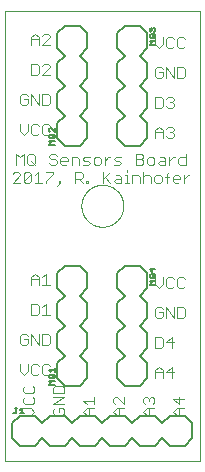
<source format=gto>
G75*
%MOIN*%
%OFA0B0*%
%FSLAX25Y25*%
%IPPOS*%
%LPD*%
%AMOC8*
5,1,8,0,0,1.08239X$1,22.5*
%
%ADD10C,0.00000*%
%ADD11C,0.00300*%
%ADD12C,0.00800*%
%ADD13C,0.00500*%
D10*
X0001300Y0001300D02*
X0001300Y0151261D01*
X0066300Y0151300D01*
X0066300Y0001300D01*
X0001300Y0001300D01*
X0026800Y0086300D02*
X0026802Y0086472D01*
X0026808Y0086643D01*
X0026819Y0086815D01*
X0026834Y0086986D01*
X0026853Y0087157D01*
X0026876Y0087327D01*
X0026903Y0087497D01*
X0026935Y0087666D01*
X0026970Y0087834D01*
X0027010Y0088001D01*
X0027054Y0088167D01*
X0027101Y0088332D01*
X0027153Y0088496D01*
X0027209Y0088658D01*
X0027269Y0088819D01*
X0027333Y0088979D01*
X0027401Y0089137D01*
X0027472Y0089293D01*
X0027547Y0089447D01*
X0027627Y0089600D01*
X0027709Y0089750D01*
X0027796Y0089899D01*
X0027886Y0090045D01*
X0027980Y0090189D01*
X0028077Y0090331D01*
X0028178Y0090470D01*
X0028282Y0090607D01*
X0028389Y0090741D01*
X0028500Y0090872D01*
X0028613Y0091001D01*
X0028730Y0091127D01*
X0028850Y0091250D01*
X0028973Y0091370D01*
X0029099Y0091487D01*
X0029228Y0091600D01*
X0029359Y0091711D01*
X0029493Y0091818D01*
X0029630Y0091922D01*
X0029769Y0092023D01*
X0029911Y0092120D01*
X0030055Y0092214D01*
X0030201Y0092304D01*
X0030350Y0092391D01*
X0030500Y0092473D01*
X0030653Y0092553D01*
X0030807Y0092628D01*
X0030963Y0092699D01*
X0031121Y0092767D01*
X0031281Y0092831D01*
X0031442Y0092891D01*
X0031604Y0092947D01*
X0031768Y0092999D01*
X0031933Y0093046D01*
X0032099Y0093090D01*
X0032266Y0093130D01*
X0032434Y0093165D01*
X0032603Y0093197D01*
X0032773Y0093224D01*
X0032943Y0093247D01*
X0033114Y0093266D01*
X0033285Y0093281D01*
X0033457Y0093292D01*
X0033628Y0093298D01*
X0033800Y0093300D01*
X0033972Y0093298D01*
X0034143Y0093292D01*
X0034315Y0093281D01*
X0034486Y0093266D01*
X0034657Y0093247D01*
X0034827Y0093224D01*
X0034997Y0093197D01*
X0035166Y0093165D01*
X0035334Y0093130D01*
X0035501Y0093090D01*
X0035667Y0093046D01*
X0035832Y0092999D01*
X0035996Y0092947D01*
X0036158Y0092891D01*
X0036319Y0092831D01*
X0036479Y0092767D01*
X0036637Y0092699D01*
X0036793Y0092628D01*
X0036947Y0092553D01*
X0037100Y0092473D01*
X0037250Y0092391D01*
X0037399Y0092304D01*
X0037545Y0092214D01*
X0037689Y0092120D01*
X0037831Y0092023D01*
X0037970Y0091922D01*
X0038107Y0091818D01*
X0038241Y0091711D01*
X0038372Y0091600D01*
X0038501Y0091487D01*
X0038627Y0091370D01*
X0038750Y0091250D01*
X0038870Y0091127D01*
X0038987Y0091001D01*
X0039100Y0090872D01*
X0039211Y0090741D01*
X0039318Y0090607D01*
X0039422Y0090470D01*
X0039523Y0090331D01*
X0039620Y0090189D01*
X0039714Y0090045D01*
X0039804Y0089899D01*
X0039891Y0089750D01*
X0039973Y0089600D01*
X0040053Y0089447D01*
X0040128Y0089293D01*
X0040199Y0089137D01*
X0040267Y0088979D01*
X0040331Y0088819D01*
X0040391Y0088658D01*
X0040447Y0088496D01*
X0040499Y0088332D01*
X0040546Y0088167D01*
X0040590Y0088001D01*
X0040630Y0087834D01*
X0040665Y0087666D01*
X0040697Y0087497D01*
X0040724Y0087327D01*
X0040747Y0087157D01*
X0040766Y0086986D01*
X0040781Y0086815D01*
X0040792Y0086643D01*
X0040798Y0086472D01*
X0040800Y0086300D01*
X0040798Y0086128D01*
X0040792Y0085957D01*
X0040781Y0085785D01*
X0040766Y0085614D01*
X0040747Y0085443D01*
X0040724Y0085273D01*
X0040697Y0085103D01*
X0040665Y0084934D01*
X0040630Y0084766D01*
X0040590Y0084599D01*
X0040546Y0084433D01*
X0040499Y0084268D01*
X0040447Y0084104D01*
X0040391Y0083942D01*
X0040331Y0083781D01*
X0040267Y0083621D01*
X0040199Y0083463D01*
X0040128Y0083307D01*
X0040053Y0083153D01*
X0039973Y0083000D01*
X0039891Y0082850D01*
X0039804Y0082701D01*
X0039714Y0082555D01*
X0039620Y0082411D01*
X0039523Y0082269D01*
X0039422Y0082130D01*
X0039318Y0081993D01*
X0039211Y0081859D01*
X0039100Y0081728D01*
X0038987Y0081599D01*
X0038870Y0081473D01*
X0038750Y0081350D01*
X0038627Y0081230D01*
X0038501Y0081113D01*
X0038372Y0081000D01*
X0038241Y0080889D01*
X0038107Y0080782D01*
X0037970Y0080678D01*
X0037831Y0080577D01*
X0037689Y0080480D01*
X0037545Y0080386D01*
X0037399Y0080296D01*
X0037250Y0080209D01*
X0037100Y0080127D01*
X0036947Y0080047D01*
X0036793Y0079972D01*
X0036637Y0079901D01*
X0036479Y0079833D01*
X0036319Y0079769D01*
X0036158Y0079709D01*
X0035996Y0079653D01*
X0035832Y0079601D01*
X0035667Y0079554D01*
X0035501Y0079510D01*
X0035334Y0079470D01*
X0035166Y0079435D01*
X0034997Y0079403D01*
X0034827Y0079376D01*
X0034657Y0079353D01*
X0034486Y0079334D01*
X0034315Y0079319D01*
X0034143Y0079308D01*
X0033972Y0079302D01*
X0033800Y0079300D01*
X0033628Y0079302D01*
X0033457Y0079308D01*
X0033285Y0079319D01*
X0033114Y0079334D01*
X0032943Y0079353D01*
X0032773Y0079376D01*
X0032603Y0079403D01*
X0032434Y0079435D01*
X0032266Y0079470D01*
X0032099Y0079510D01*
X0031933Y0079554D01*
X0031768Y0079601D01*
X0031604Y0079653D01*
X0031442Y0079709D01*
X0031281Y0079769D01*
X0031121Y0079833D01*
X0030963Y0079901D01*
X0030807Y0079972D01*
X0030653Y0080047D01*
X0030500Y0080127D01*
X0030350Y0080209D01*
X0030201Y0080296D01*
X0030055Y0080386D01*
X0029911Y0080480D01*
X0029769Y0080577D01*
X0029630Y0080678D01*
X0029493Y0080782D01*
X0029359Y0080889D01*
X0029228Y0081000D01*
X0029099Y0081113D01*
X0028973Y0081230D01*
X0028850Y0081350D01*
X0028730Y0081473D01*
X0028613Y0081599D01*
X0028500Y0081728D01*
X0028389Y0081859D01*
X0028282Y0081993D01*
X0028178Y0082130D01*
X0028077Y0082269D01*
X0027980Y0082411D01*
X0027886Y0082555D01*
X0027796Y0082701D01*
X0027709Y0082850D01*
X0027627Y0083000D01*
X0027547Y0083153D01*
X0027472Y0083307D01*
X0027401Y0083463D01*
X0027333Y0083621D01*
X0027269Y0083781D01*
X0027209Y0083942D01*
X0027153Y0084104D01*
X0027101Y0084268D01*
X0027054Y0084433D01*
X0027010Y0084599D01*
X0026970Y0084766D01*
X0026935Y0084934D01*
X0026903Y0085103D01*
X0026876Y0085273D01*
X0026853Y0085443D01*
X0026834Y0085614D01*
X0026819Y0085785D01*
X0026808Y0085957D01*
X0026802Y0086128D01*
X0026800Y0086300D01*
D11*
X0027211Y0093950D02*
X0025977Y0095184D01*
X0026594Y0095184D02*
X0024742Y0095184D01*
X0024742Y0093950D02*
X0024742Y0097653D01*
X0026594Y0097653D01*
X0027211Y0097036D01*
X0027211Y0095802D01*
X0026594Y0095184D01*
X0028425Y0094567D02*
X0029042Y0094567D01*
X0029042Y0093950D01*
X0028425Y0093950D01*
X0028425Y0094567D01*
X0029049Y0099950D02*
X0027198Y0099950D01*
X0027815Y0101184D02*
X0027198Y0101802D01*
X0027815Y0102419D01*
X0029666Y0102419D01*
X0029049Y0101184D02*
X0027815Y0101184D01*
X0029049Y0101184D02*
X0029666Y0100567D01*
X0029049Y0099950D01*
X0030881Y0100567D02*
X0031498Y0099950D01*
X0032732Y0099950D01*
X0033349Y0100567D01*
X0033349Y0101802D01*
X0032732Y0102419D01*
X0031498Y0102419D01*
X0030881Y0101802D01*
X0030881Y0100567D01*
X0033950Y0097653D02*
X0033950Y0093950D01*
X0033950Y0095184D02*
X0036419Y0097653D01*
X0037633Y0099950D02*
X0039485Y0099950D01*
X0040102Y0100567D01*
X0039485Y0101184D01*
X0038250Y0101184D01*
X0037633Y0101802D01*
X0038250Y0102419D01*
X0040102Y0102419D01*
X0041933Y0098270D02*
X0041933Y0097653D01*
X0041933Y0096419D02*
X0041933Y0093950D01*
X0041316Y0093950D02*
X0042551Y0093950D01*
X0043772Y0093950D02*
X0043772Y0096419D01*
X0045623Y0096419D01*
X0046240Y0095802D01*
X0046240Y0093950D01*
X0047455Y0093950D02*
X0047455Y0097653D01*
X0048072Y0096419D02*
X0047455Y0095802D01*
X0048072Y0096419D02*
X0049306Y0096419D01*
X0049924Y0095802D01*
X0049924Y0093950D01*
X0051138Y0094567D02*
X0051755Y0093950D01*
X0052990Y0093950D01*
X0053607Y0094567D01*
X0053607Y0095802D01*
X0052990Y0096419D01*
X0051755Y0096419D01*
X0051138Y0095802D01*
X0051138Y0094567D01*
X0050534Y0099950D02*
X0049300Y0099950D01*
X0048683Y0100567D01*
X0048683Y0101802D01*
X0049300Y0102419D01*
X0050534Y0102419D01*
X0051151Y0101802D01*
X0051151Y0100567D01*
X0050534Y0099950D01*
X0052366Y0100567D02*
X0052983Y0101184D01*
X0054834Y0101184D01*
X0054834Y0101802D02*
X0054834Y0099950D01*
X0052983Y0099950D01*
X0052366Y0100567D01*
X0052983Y0102419D02*
X0054217Y0102419D01*
X0054834Y0101802D01*
X0056049Y0102419D02*
X0056049Y0099950D01*
X0056049Y0101184D02*
X0057283Y0102419D01*
X0057900Y0102419D01*
X0059118Y0101802D02*
X0059118Y0100567D01*
X0059735Y0099950D01*
X0061587Y0099950D01*
X0061587Y0103653D01*
X0061587Y0102419D02*
X0059735Y0102419D01*
X0059118Y0101802D01*
X0059128Y0096419D02*
X0057894Y0096419D01*
X0057277Y0095802D01*
X0057277Y0094567D01*
X0057894Y0093950D01*
X0059128Y0093950D01*
X0059745Y0095184D02*
X0057277Y0095184D01*
X0056056Y0095802D02*
X0054821Y0095802D01*
X0055438Y0097036D02*
X0055438Y0093950D01*
X0055438Y0097036D02*
X0056056Y0097653D01*
X0059128Y0096419D02*
X0059745Y0095802D01*
X0059745Y0095184D01*
X0060960Y0095184D02*
X0062194Y0096419D01*
X0062811Y0096419D01*
X0060960Y0096419D02*
X0060960Y0093950D01*
X0056985Y0108950D02*
X0055750Y0108950D01*
X0055133Y0109567D01*
X0053919Y0108950D02*
X0053919Y0111419D01*
X0052684Y0112653D01*
X0051450Y0111419D01*
X0051450Y0108950D01*
X0051450Y0110802D02*
X0053919Y0110802D01*
X0055133Y0112036D02*
X0055750Y0112653D01*
X0056985Y0112653D01*
X0057602Y0112036D01*
X0057602Y0111419D01*
X0056985Y0110802D01*
X0057602Y0110184D01*
X0057602Y0109567D01*
X0056985Y0108950D01*
X0056985Y0110802D02*
X0056368Y0110802D01*
X0056985Y0118950D02*
X0055750Y0118950D01*
X0055133Y0119567D01*
X0055133Y0122036D02*
X0055750Y0122653D01*
X0056985Y0122653D01*
X0057602Y0122036D01*
X0057602Y0121419D01*
X0056985Y0120802D01*
X0057602Y0120184D01*
X0057602Y0119567D01*
X0056985Y0118950D01*
X0056985Y0120802D02*
X0056368Y0120802D01*
X0053919Y0119567D02*
X0053919Y0122036D01*
X0053302Y0122653D01*
X0051450Y0122653D01*
X0051450Y0118950D01*
X0053302Y0118950D01*
X0053919Y0119567D01*
X0053302Y0128950D02*
X0052067Y0128950D01*
X0051450Y0129567D01*
X0051450Y0132036D01*
X0052067Y0132653D01*
X0053302Y0132653D01*
X0053919Y0132036D01*
X0053919Y0130802D02*
X0052684Y0130802D01*
X0053919Y0129567D02*
X0053302Y0128950D01*
X0053919Y0129567D02*
X0053919Y0130802D01*
X0055133Y0132653D02*
X0055133Y0128950D01*
X0057602Y0128950D02*
X0055133Y0132653D01*
X0057602Y0132653D02*
X0057602Y0128950D01*
X0058816Y0128950D02*
X0058816Y0132653D01*
X0060668Y0132653D01*
X0061285Y0132036D01*
X0061285Y0129567D01*
X0060668Y0128950D01*
X0058816Y0128950D01*
X0059433Y0138950D02*
X0060668Y0138950D01*
X0061285Y0139567D01*
X0061285Y0142036D02*
X0060668Y0142653D01*
X0059433Y0142653D01*
X0058816Y0142036D01*
X0058816Y0139567D01*
X0059433Y0138950D01*
X0057602Y0139567D02*
X0056985Y0138950D01*
X0055750Y0138950D01*
X0055133Y0139567D01*
X0055133Y0142036D01*
X0055750Y0142653D01*
X0056985Y0142653D01*
X0057602Y0142036D01*
X0053919Y0142653D02*
X0053919Y0140184D01*
X0052684Y0138950D01*
X0051450Y0140184D01*
X0051450Y0142653D01*
X0046851Y0103653D02*
X0044999Y0103653D01*
X0044999Y0099950D01*
X0046851Y0099950D01*
X0047468Y0100567D01*
X0047468Y0101184D01*
X0046851Y0101802D01*
X0044999Y0101802D01*
X0046851Y0101802D02*
X0047468Y0102419D01*
X0047468Y0103036D01*
X0046851Y0103653D01*
X0041933Y0096419D02*
X0041316Y0096419D01*
X0040102Y0095802D02*
X0040102Y0093950D01*
X0038250Y0093950D01*
X0037633Y0094567D01*
X0038250Y0095184D01*
X0040102Y0095184D01*
X0040102Y0095802D02*
X0039485Y0096419D01*
X0038250Y0096419D01*
X0036419Y0093950D02*
X0034567Y0095802D01*
X0034564Y0099950D02*
X0034564Y0102419D01*
X0035798Y0102419D02*
X0034564Y0101184D01*
X0035798Y0102419D02*
X0036415Y0102419D01*
X0025983Y0101802D02*
X0025983Y0099950D01*
X0025983Y0101802D02*
X0025366Y0102419D01*
X0023514Y0102419D01*
X0023514Y0099950D01*
X0022300Y0101184D02*
X0019831Y0101184D01*
X0019831Y0100567D02*
X0019831Y0101802D01*
X0020448Y0102419D01*
X0021683Y0102419D01*
X0022300Y0101802D01*
X0022300Y0101184D01*
X0021683Y0099950D02*
X0020448Y0099950D01*
X0019831Y0100567D01*
X0018617Y0100567D02*
X0018000Y0099950D01*
X0016765Y0099950D01*
X0016148Y0100567D01*
X0016765Y0101802D02*
X0018000Y0101802D01*
X0018617Y0101184D01*
X0018617Y0100567D01*
X0018617Y0103036D02*
X0018000Y0103653D01*
X0016765Y0103653D01*
X0016148Y0103036D01*
X0016148Y0102419D01*
X0016765Y0101802D01*
X0017389Y0097653D02*
X0014920Y0097653D01*
X0017389Y0097036D02*
X0014920Y0094567D01*
X0014920Y0093950D01*
X0013706Y0093950D02*
X0011237Y0093950D01*
X0012472Y0093950D02*
X0012472Y0097653D01*
X0011237Y0096419D01*
X0010023Y0097036D02*
X0010023Y0094567D01*
X0009406Y0093950D01*
X0008171Y0093950D01*
X0007554Y0094567D01*
X0010023Y0097036D01*
X0009406Y0097653D01*
X0008171Y0097653D01*
X0007554Y0097036D01*
X0007554Y0094567D01*
X0006340Y0093950D02*
X0003871Y0093950D01*
X0006340Y0096419D01*
X0006340Y0097036D01*
X0005723Y0097653D01*
X0004488Y0097653D01*
X0003871Y0097036D01*
X0005099Y0099950D02*
X0005099Y0103653D01*
X0006333Y0102419D01*
X0007567Y0103653D01*
X0007567Y0099950D01*
X0008782Y0100567D02*
X0009399Y0099950D01*
X0010633Y0099950D01*
X0011251Y0100567D01*
X0011251Y0103036D01*
X0010633Y0103653D01*
X0009399Y0103653D01*
X0008782Y0103036D01*
X0008782Y0100567D01*
X0010016Y0101184D02*
X0011251Y0099950D01*
X0010750Y0109950D02*
X0010133Y0110567D01*
X0010133Y0113036D01*
X0010750Y0113653D01*
X0011985Y0113653D01*
X0012602Y0113036D01*
X0013816Y0113036D02*
X0013816Y0110567D01*
X0014433Y0109950D01*
X0015668Y0109950D01*
X0016285Y0110567D01*
X0016285Y0113036D02*
X0015668Y0113653D01*
X0014433Y0113653D01*
X0013816Y0113036D01*
X0012602Y0110567D02*
X0011985Y0109950D01*
X0010750Y0109950D01*
X0008919Y0111184D02*
X0008919Y0113653D01*
X0008919Y0111184D02*
X0007684Y0109950D01*
X0006450Y0111184D01*
X0006450Y0113653D01*
X0007067Y0119950D02*
X0008302Y0119950D01*
X0008919Y0120567D01*
X0008919Y0121802D01*
X0007684Y0121802D01*
X0006450Y0120567D02*
X0007067Y0119950D01*
X0006450Y0120567D02*
X0006450Y0123036D01*
X0007067Y0123653D01*
X0008302Y0123653D01*
X0008919Y0123036D01*
X0010133Y0123653D02*
X0012602Y0119950D01*
X0012602Y0123653D01*
X0013816Y0123653D02*
X0015668Y0123653D01*
X0016285Y0123036D01*
X0016285Y0120567D01*
X0015668Y0119950D01*
X0013816Y0119950D01*
X0013816Y0123653D01*
X0013816Y0129950D02*
X0016285Y0132419D01*
X0016285Y0133036D01*
X0015668Y0133653D01*
X0014433Y0133653D01*
X0013816Y0133036D01*
X0012602Y0133036D02*
X0012602Y0130567D01*
X0011985Y0129950D01*
X0010133Y0129950D01*
X0010133Y0133653D01*
X0011985Y0133653D01*
X0012602Y0133036D01*
X0013816Y0129950D02*
X0016285Y0129950D01*
X0016285Y0139950D02*
X0013816Y0139950D01*
X0016285Y0142419D01*
X0016285Y0143036D01*
X0015668Y0143653D01*
X0014433Y0143653D01*
X0013816Y0143036D01*
X0012602Y0142419D02*
X0012602Y0139950D01*
X0012602Y0141802D02*
X0010133Y0141802D01*
X0010133Y0142419D02*
X0010133Y0139950D01*
X0010133Y0142419D02*
X0011368Y0143653D01*
X0012602Y0142419D01*
X0010133Y0123653D02*
X0010133Y0119950D01*
X0017389Y0097653D02*
X0017389Y0097036D01*
X0019221Y0094567D02*
X0019221Y0093950D01*
X0019838Y0093950D01*
X0019838Y0094567D01*
X0019221Y0094567D01*
X0019838Y0093950D02*
X0018604Y0092716D01*
X0015051Y0063653D02*
X0015051Y0059950D01*
X0016285Y0059950D02*
X0013816Y0059950D01*
X0013816Y0062419D02*
X0015051Y0063653D01*
X0012602Y0062419D02*
X0012602Y0059950D01*
X0012602Y0061802D02*
X0010133Y0061802D01*
X0010133Y0062419D02*
X0011368Y0063653D01*
X0012602Y0062419D01*
X0010133Y0062419D02*
X0010133Y0059950D01*
X0010133Y0053653D02*
X0011985Y0053653D01*
X0012602Y0053036D01*
X0012602Y0050567D01*
X0011985Y0049950D01*
X0010133Y0049950D01*
X0010133Y0053653D01*
X0013816Y0052419D02*
X0015051Y0053653D01*
X0015051Y0049950D01*
X0016285Y0049950D02*
X0013816Y0049950D01*
X0013816Y0043653D02*
X0015668Y0043653D01*
X0016285Y0043036D01*
X0016285Y0040567D01*
X0015668Y0039950D01*
X0013816Y0039950D01*
X0013816Y0043653D01*
X0012602Y0043653D02*
X0012602Y0039950D01*
X0010133Y0043653D01*
X0010133Y0039950D01*
X0008919Y0040567D02*
X0008919Y0041802D01*
X0007684Y0041802D01*
X0006450Y0043036D02*
X0007067Y0043653D01*
X0008302Y0043653D01*
X0008919Y0043036D01*
X0008919Y0040567D02*
X0008302Y0039950D01*
X0007067Y0039950D01*
X0006450Y0040567D01*
X0006450Y0043036D01*
X0006450Y0033653D02*
X0006450Y0031184D01*
X0007684Y0029950D01*
X0008919Y0031184D01*
X0008919Y0033653D01*
X0010133Y0033036D02*
X0010133Y0030567D01*
X0010750Y0029950D01*
X0011985Y0029950D01*
X0012602Y0030567D01*
X0012602Y0033036D02*
X0011985Y0033653D01*
X0010750Y0033653D01*
X0010133Y0033036D01*
X0010533Y0026285D02*
X0011150Y0025668D01*
X0011150Y0024433D01*
X0010533Y0023816D01*
X0008064Y0023816D01*
X0007447Y0024433D01*
X0007447Y0025668D01*
X0008064Y0026285D01*
X0008064Y0022602D02*
X0007447Y0021985D01*
X0007447Y0020750D01*
X0008064Y0020133D01*
X0010533Y0020133D01*
X0011150Y0020750D01*
X0011150Y0021985D01*
X0010533Y0022602D01*
X0009916Y0018919D02*
X0007447Y0018919D01*
X0007447Y0016450D02*
X0009916Y0016450D01*
X0011150Y0017684D01*
X0009916Y0018919D01*
X0014433Y0029950D02*
X0015668Y0029950D01*
X0016285Y0030567D01*
X0016285Y0033036D02*
X0015668Y0033653D01*
X0014433Y0033653D01*
X0013816Y0033036D01*
X0013816Y0030567D01*
X0014433Y0029950D01*
X0018064Y0026285D02*
X0017447Y0025668D01*
X0017447Y0023816D01*
X0021150Y0023816D01*
X0021150Y0025668D01*
X0020533Y0026285D01*
X0018064Y0026285D01*
X0017447Y0022602D02*
X0021150Y0022602D01*
X0017447Y0020133D01*
X0021150Y0020133D01*
X0020533Y0018919D02*
X0019298Y0018919D01*
X0019298Y0017684D01*
X0018064Y0016450D02*
X0020533Y0016450D01*
X0021150Y0017067D01*
X0021150Y0018302D01*
X0020533Y0018919D01*
X0018064Y0018919D02*
X0017447Y0018302D01*
X0017447Y0017067D01*
X0018064Y0016450D01*
X0027447Y0017684D02*
X0028681Y0018919D01*
X0031150Y0018919D01*
X0031150Y0020133D02*
X0031150Y0022602D01*
X0031150Y0021368D02*
X0027447Y0021368D01*
X0028681Y0020133D01*
X0029298Y0018919D02*
X0029298Y0016450D01*
X0028681Y0016450D02*
X0027447Y0017684D01*
X0028681Y0016450D02*
X0031150Y0016450D01*
X0037447Y0017684D02*
X0038681Y0018919D01*
X0041150Y0018919D01*
X0041150Y0020133D02*
X0038681Y0022602D01*
X0038064Y0022602D01*
X0037447Y0021985D01*
X0037447Y0020750D01*
X0038064Y0020133D01*
X0039298Y0018919D02*
X0039298Y0016450D01*
X0038681Y0016450D02*
X0037447Y0017684D01*
X0038681Y0016450D02*
X0041150Y0016450D01*
X0041150Y0020133D02*
X0041150Y0022602D01*
X0047447Y0021985D02*
X0047447Y0020750D01*
X0048064Y0020133D01*
X0048681Y0018919D02*
X0051150Y0018919D01*
X0050533Y0020133D02*
X0051150Y0020750D01*
X0051150Y0021985D01*
X0050533Y0022602D01*
X0049916Y0022602D01*
X0049298Y0021985D01*
X0049298Y0021368D01*
X0049298Y0021985D02*
X0048681Y0022602D01*
X0048064Y0022602D01*
X0047447Y0021985D01*
X0048681Y0018919D02*
X0047447Y0017684D01*
X0048681Y0016450D01*
X0051150Y0016450D01*
X0049298Y0016450D02*
X0049298Y0018919D01*
X0051450Y0028950D02*
X0051450Y0031419D01*
X0052684Y0032653D01*
X0053919Y0031419D01*
X0053919Y0028950D01*
X0053919Y0030802D02*
X0051450Y0030802D01*
X0055133Y0030802D02*
X0057602Y0030802D01*
X0056985Y0032653D02*
X0055133Y0030802D01*
X0056985Y0032653D02*
X0056985Y0028950D01*
X0059298Y0022602D02*
X0059298Y0020133D01*
X0057447Y0021985D01*
X0061150Y0021985D01*
X0061150Y0018919D02*
X0058681Y0018919D01*
X0057447Y0017684D01*
X0058681Y0016450D01*
X0061150Y0016450D01*
X0059298Y0016450D02*
X0059298Y0018919D01*
X0056985Y0038950D02*
X0056985Y0042653D01*
X0055133Y0040802D01*
X0057602Y0040802D01*
X0053919Y0039567D02*
X0053919Y0042036D01*
X0053302Y0042653D01*
X0051450Y0042653D01*
X0051450Y0038950D01*
X0053302Y0038950D01*
X0053919Y0039567D01*
X0053302Y0048950D02*
X0052067Y0048950D01*
X0051450Y0049567D01*
X0051450Y0052036D01*
X0052067Y0052653D01*
X0053302Y0052653D01*
X0053919Y0052036D01*
X0053919Y0050802D02*
X0052684Y0050802D01*
X0053919Y0049567D02*
X0053302Y0048950D01*
X0053919Y0049567D02*
X0053919Y0050802D01*
X0055133Y0052653D02*
X0055133Y0048950D01*
X0057602Y0048950D02*
X0055133Y0052653D01*
X0057602Y0052653D02*
X0057602Y0048950D01*
X0058816Y0048950D02*
X0058816Y0052653D01*
X0060668Y0052653D01*
X0061285Y0052036D01*
X0061285Y0049567D01*
X0060668Y0048950D01*
X0058816Y0048950D01*
X0059433Y0058950D02*
X0060668Y0058950D01*
X0061285Y0059567D01*
X0061285Y0062036D02*
X0060668Y0062653D01*
X0059433Y0062653D01*
X0058816Y0062036D01*
X0058816Y0059567D01*
X0059433Y0058950D01*
X0057602Y0059567D02*
X0056985Y0058950D01*
X0055750Y0058950D01*
X0055133Y0059567D01*
X0055133Y0062036D01*
X0055750Y0062653D01*
X0056985Y0062653D01*
X0057602Y0062036D01*
X0053919Y0062653D02*
X0053919Y0060184D01*
X0052684Y0058950D01*
X0051450Y0060184D01*
X0051450Y0062653D01*
D12*
X0048800Y0063800D02*
X0048800Y0058800D01*
X0046300Y0056300D01*
X0048800Y0053800D01*
X0048800Y0048800D01*
X0046300Y0046300D01*
X0048800Y0043800D01*
X0048800Y0038800D01*
X0046300Y0036300D01*
X0048800Y0033800D01*
X0048800Y0028800D01*
X0046300Y0026300D01*
X0041300Y0026300D01*
X0038800Y0028800D01*
X0038800Y0033800D01*
X0041300Y0036300D01*
X0038800Y0038800D01*
X0038800Y0043800D01*
X0041300Y0046300D01*
X0038800Y0048800D01*
X0038800Y0053800D01*
X0041300Y0056300D01*
X0038800Y0058800D01*
X0038800Y0063800D01*
X0041300Y0066300D01*
X0046300Y0066300D01*
X0048800Y0063800D01*
X0046300Y0106300D02*
X0041300Y0106300D01*
X0038800Y0108800D01*
X0038800Y0113800D01*
X0041300Y0116300D01*
X0038800Y0118800D01*
X0038800Y0123800D01*
X0041300Y0126300D01*
X0038800Y0128800D01*
X0038800Y0133800D01*
X0041300Y0136300D01*
X0038800Y0138800D01*
X0038800Y0143800D01*
X0041300Y0146300D01*
X0046300Y0146300D01*
X0048800Y0143800D01*
X0048800Y0138800D01*
X0046300Y0136300D01*
X0048800Y0133800D01*
X0048800Y0128800D01*
X0046300Y0126300D01*
X0048800Y0123800D01*
X0048800Y0118800D01*
X0046300Y0116300D01*
X0048800Y0113800D01*
X0048800Y0108800D01*
X0046300Y0106300D01*
X0028800Y0108800D02*
X0028800Y0113800D01*
X0026300Y0116300D01*
X0028800Y0118800D01*
X0028800Y0123800D01*
X0026300Y0126300D01*
X0028800Y0128800D01*
X0028800Y0133800D01*
X0026300Y0136300D01*
X0028800Y0138800D01*
X0028800Y0143800D01*
X0026300Y0146300D01*
X0021300Y0146300D01*
X0018800Y0143800D01*
X0018800Y0138800D01*
X0021300Y0136300D01*
X0018800Y0133800D01*
X0018800Y0128800D01*
X0021300Y0126300D01*
X0018800Y0123800D01*
X0018800Y0118800D01*
X0021300Y0116300D01*
X0018800Y0113800D01*
X0018800Y0108800D01*
X0021300Y0106300D01*
X0026300Y0106300D01*
X0028800Y0108800D01*
X0026300Y0066300D02*
X0021300Y0066300D01*
X0018800Y0063800D01*
X0018800Y0058800D01*
X0021300Y0056300D01*
X0018800Y0053800D01*
X0018800Y0048800D01*
X0021300Y0046300D01*
X0018800Y0043800D01*
X0018800Y0038800D01*
X0021300Y0036300D01*
X0018800Y0033800D01*
X0018800Y0028800D01*
X0021300Y0026300D01*
X0026300Y0026300D01*
X0028800Y0028800D01*
X0028800Y0033800D01*
X0026300Y0036300D01*
X0028800Y0038800D01*
X0028800Y0043800D01*
X0026300Y0046300D01*
X0028800Y0048800D01*
X0028800Y0053800D01*
X0026300Y0056300D01*
X0028800Y0058800D01*
X0028800Y0063800D01*
X0026300Y0066300D01*
X0026300Y0016300D02*
X0031300Y0016300D01*
X0033800Y0013800D01*
X0036300Y0016300D01*
X0041300Y0016300D01*
X0043800Y0013800D01*
X0046300Y0016300D01*
X0051300Y0016300D01*
X0053800Y0013800D01*
X0056300Y0016300D01*
X0061300Y0016300D01*
X0063800Y0013800D01*
X0063800Y0008800D01*
X0061300Y0006300D01*
X0056300Y0006300D01*
X0053800Y0008800D01*
X0051300Y0006300D01*
X0046300Y0006300D01*
X0043800Y0008800D01*
X0041300Y0006300D01*
X0036300Y0006300D01*
X0033800Y0008800D01*
X0031300Y0006300D01*
X0026300Y0006300D01*
X0023800Y0008800D01*
X0021300Y0006300D01*
X0016300Y0006300D01*
X0013800Y0008800D01*
X0011300Y0006300D01*
X0006300Y0006300D01*
X0003800Y0008800D01*
X0003800Y0013800D01*
X0006300Y0016300D01*
X0011300Y0016300D01*
X0013800Y0013800D01*
X0016300Y0016300D01*
X0021300Y0016300D01*
X0023800Y0013800D01*
X0026300Y0016300D01*
D13*
X0018050Y0026550D02*
X0016148Y0026550D01*
X0016782Y0027184D01*
X0016148Y0027818D01*
X0018050Y0027818D01*
X0017733Y0028760D02*
X0018050Y0029077D01*
X0018050Y0029711D01*
X0017733Y0030028D01*
X0016465Y0030028D01*
X0016148Y0029711D01*
X0016148Y0029077D01*
X0016465Y0028760D01*
X0017733Y0028760D01*
X0017416Y0029394D02*
X0018050Y0030028D01*
X0018050Y0030970D02*
X0018050Y0032237D01*
X0018050Y0031604D02*
X0016148Y0031604D01*
X0016782Y0030970D01*
X0007528Y0017050D02*
X0006260Y0017050D01*
X0006894Y0017050D02*
X0006894Y0018952D01*
X0006260Y0018318D01*
X0005318Y0018952D02*
X0004684Y0018952D01*
X0005001Y0018952D02*
X0005001Y0017367D01*
X0004684Y0017050D01*
X0004367Y0017050D01*
X0004050Y0017367D01*
X0016148Y0106550D02*
X0016782Y0107184D01*
X0016148Y0107818D01*
X0018050Y0107818D01*
X0017733Y0108760D02*
X0018050Y0109077D01*
X0018050Y0109711D01*
X0017733Y0110028D01*
X0016465Y0110028D01*
X0016148Y0109711D01*
X0016148Y0109077D01*
X0016465Y0108760D01*
X0017733Y0108760D01*
X0017416Y0109394D02*
X0018050Y0110028D01*
X0018050Y0110970D02*
X0016782Y0112237D01*
X0016465Y0112237D01*
X0016148Y0111921D01*
X0016148Y0111287D01*
X0016465Y0110970D01*
X0018050Y0110970D02*
X0018050Y0112237D01*
X0018050Y0106550D02*
X0016148Y0106550D01*
X0049548Y0139920D02*
X0050182Y0140554D01*
X0049548Y0141188D01*
X0051450Y0141188D01*
X0051133Y0142130D02*
X0051450Y0142447D01*
X0051450Y0143081D01*
X0051133Y0143398D01*
X0049865Y0143398D01*
X0049548Y0143081D01*
X0049548Y0142447D01*
X0049865Y0142130D01*
X0051133Y0142130D01*
X0050816Y0142764D02*
X0051450Y0143398D01*
X0051133Y0144340D02*
X0051450Y0144657D01*
X0051450Y0145291D01*
X0051133Y0145608D01*
X0050816Y0145608D01*
X0050499Y0145291D01*
X0050499Y0144974D01*
X0050499Y0145291D02*
X0050182Y0145608D01*
X0049865Y0145608D01*
X0049548Y0145291D01*
X0049548Y0144657D01*
X0049865Y0144340D01*
X0049548Y0139920D02*
X0051450Y0139920D01*
X0050499Y0065608D02*
X0050499Y0064340D01*
X0049548Y0065291D01*
X0051450Y0065291D01*
X0051450Y0063398D02*
X0050816Y0062764D01*
X0051450Y0062447D02*
X0051133Y0062130D01*
X0049865Y0062130D01*
X0049548Y0062447D01*
X0049548Y0063081D01*
X0049865Y0063398D01*
X0051133Y0063398D01*
X0051450Y0063081D01*
X0051450Y0062447D01*
X0051450Y0061188D02*
X0049548Y0061188D01*
X0050182Y0060554D01*
X0049548Y0059920D01*
X0051450Y0059920D01*
M02*

</source>
